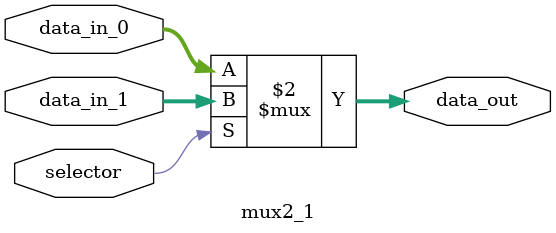
<source format=v>
module mux2_1(selector, data_in_0, data_in_1, data_out);
   input     selector;
   input [31:0]  data_in_0;
   input [31:0]  data_in_1;
   output [31:0] data_out;
   
   assign data_out = (selector == 1'b0) ? data_in_0 :  
                     data_in_1;
   
endmodule

</source>
